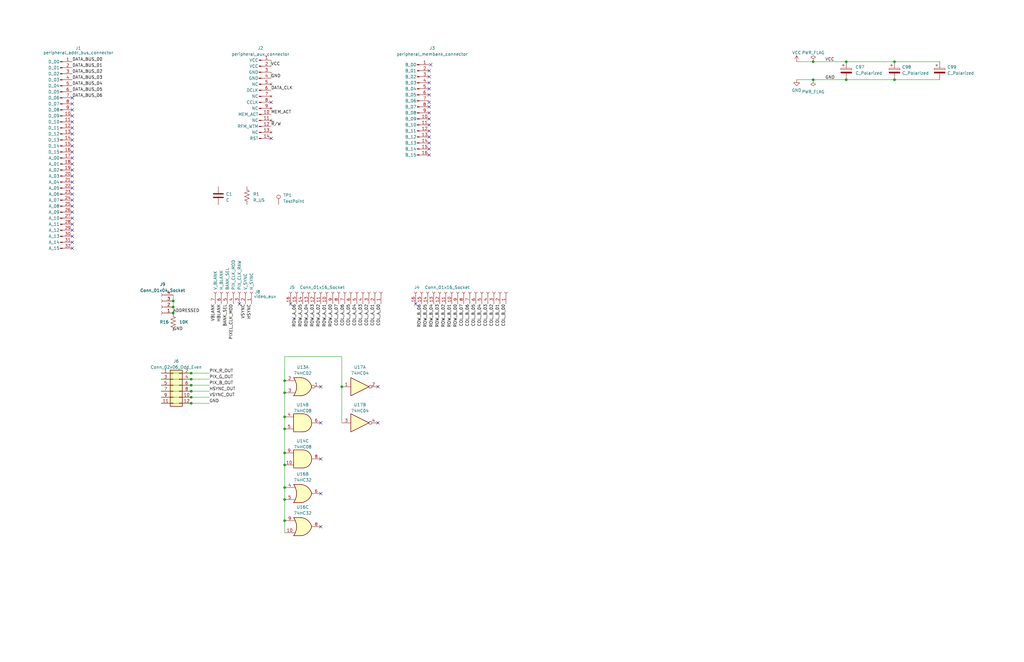
<source format=kicad_sch>
(kicad_sch (version 20230121) (generator eeschema)
  (paper "B")
  (bus_alias "BANK_BUS" (members "BANK_BUS_00" "BANK_BUS_01" "BANK_BUS_02" "BANK_BUS_03" "BANK_BUS_04" "BANK_BUS_05" "BANK_BUS_06" "BANK_BUS_07" "BANK_BUS_08" "BANK_BUS_09" "BANK_BUS_10" "BANK_BUS_11" "BANK_BUS_12" "BANK_BUS_13" "BANK_BUS_14" "BANK_BUS_15"))
  (bus_alias "ADDR_BUS" (members "ADDR_BUS_00" "ADDR_BUS_01" "ADDR_BUS_02" "ADDR_BUS_03" "ADDR_BUS_04" "ADDR_BUS_05" "ADDR_BUS_06" "ADDR_BUS_07" "ADDR_BUS_08" "ADDR_BUS_09" "ADDR_BUS_10" "ADDR_BUS_11" "ADDR_BUS_12" "ADDR_BUS_13" "ADDR_BUS_14" "ADDR_BUS_15"))
  (bus_alias "DATA_BUS" (members "DATA_BUS_00" "DATA_BUS_01" "DATA_BUS_02" "DATA_BUS_03" "DATA_BUS_04" "DATA_BUS_05" "DATA_BUS_06" "DATA_BUS_07" "DATA_BUS_08" "DATA_BUS_09" "DATA_BUS_10" "DATA_BUS_11" "DATA_BUS_12" "DATA_BUS_13" "DATA_BUS_14" "DATA_BUS_15"))
  (junction (at 508 24.765))
  (junction (at 377.19 33.655))
  (junction (at 73.025 127))
  (junction (at -36.83 374.015))
  (junction (at 546.1 50.165))
  (junction (at 73.025 132.08))
  (junction (at 356.87 26.035))
  (junction (at 18.415 379.095))
  (junction (at -78.74 394.97))
  (junction (at -46.355 313.055))
  (junction (at 546.1 24.765))
  (junction (at 534.035 50.165))
  (junction (at 120.015 191.135))
  (junction (at 520.065 50.165))
  (junction (at 433.705 363.855))
  (junction (at 80.645 157.48))
  (junction (at 423.545 353.695))
  (junction (at 424.18 480.695))
  (junction (at 120.015 165.735))
  (junction (at 472.44 24.765))
  (junction (at 584.835 50.165))
  (junction (at 73.025 129.54))
  (junction (at 377.19 26.035))
  (junction (at 426.085 356.235))
  (junction (at 431.8 488.315))
  (junction (at 18.415 404.495))
  (junction (at 534.035 24.765))
  (junction (at 342.9 33.655))
  (junction (at 9.525 384.175))
  (junction (at 120.015 210.82))
  (junction (at 570.23 24.765))
  (junction (at -81.915 322.58))
  (junction (at 558.8 24.765))
  (junction (at 495.935 24.765))
  (junction (at 120.015 160.655))
  (junction (at 120.015 180.975))
  (junction (at 426.72 483.235))
  (junction (at 140.97 422.275))
  (junction (at 472.44 50.165))
  (junction (at 584.835 24.765))
  (junction (at 508 50.165))
  (junction (at 421.64 478.155))
  (junction (at 485.14 24.765))
  (junction (at 436.245 366.395))
  (junction (at 495.935 50.165))
  (junction (at 96.52 419.735))
  (junction (at 80.645 170.18))
  (junction (at 429.26 485.775))
  (junction (at 120.015 205.74))
  (junction (at 520.065 24.765))
  (junction (at 356.87 33.655))
  (junction (at -81.915 327.66))
  (junction (at 419.1 475.615))
  (junction (at 428.625 358.775))
  (junction (at 120.015 196.215))
  (junction (at 80.645 167.64))
  (junction (at 120.015 219.71))
  (junction (at 431.165 361.315))
  (junction (at 80.645 162.56))
  (junction (at 570.23 50.165))
  (junction (at 558.8 50.165))
  (junction (at 144.145 163.195))
  (junction (at 80.645 165.1))
  (junction (at 485.14 50.165))
  (junction (at 80.645 160.02))
  (junction (at 18.415 371.475))
  (junction (at 120.015 175.895))
  (junction (at 342.9 26.035))
  (no_connect (at 30.48 43.815))
  (no_connect (at 180.975 65.405))
  (no_connect (at 180.975 57.785))
  (no_connect (at 159.385 178.435))
  (no_connect (at 159.385 163.195))
  (no_connect (at 180.975 50.165))
  (no_connect (at 122.555 128.27))
  (no_connect (at 55.245 407.035))
  (no_connect (at 30.48 89.535))
  (no_connect (at 135.255 208.28))
  (no_connect (at 30.48 92.075))
  (no_connect (at 180.975 55.245))
  (no_connect (at 30.48 56.515))
  (no_connect (at 247.65 446.405))
  (no_connect (at 30.48 94.615))
  (no_connect (at 135.255 163.195))
  (no_connect (at 180.975 45.085))
  (no_connect (at 30.48 64.135))
  (no_connect (at 518.16 383.54))
  (no_connect (at 180.975 47.625))
  (no_connect (at 180.975 40.005))
  (no_connect (at 100.965 128.27))
  (no_connect (at 114.3 43.18))
  (no_connect (at 247.65 394.335))
  (no_connect (at 114.3 58.42))
  (no_connect (at 180.975 29.845))
  (no_connect (at 30.48 74.295))
  (no_connect (at 518.16 386.08))
  (no_connect (at 30.48 84.455))
  (no_connect (at 30.48 97.155))
  (no_connect (at 30.48 71.755))
  (no_connect (at 539.75 332.105))
  (no_connect (at 30.48 79.375))
  (no_connect (at 30.48 51.435))
  (no_connect (at 181.61 27.305))
  (no_connect (at 30.48 48.895))
  (no_connect (at 180.975 34.925))
  (no_connect (at 30.48 53.975))
  (no_connect (at 30.48 69.215))
  (no_connect (at 30.48 102.235))
  (no_connect (at 518.16 332.105))
  (no_connect (at 135.255 193.675))
  (no_connect (at 135.255 178.435))
  (no_connect (at 30.48 81.915))
  (no_connect (at 180.975 43.18))
  (no_connect (at 30.48 86.995))
  (no_connect (at 180.975 37.465))
  (no_connect (at 180.975 62.865))
  (no_connect (at 30.48 66.675))
  (no_connect (at 180.975 52.705))
  (no_connect (at 30.48 99.695))
  (no_connect (at 30.48 41.275))
  (no_connect (at 30.48 61.595))
  (no_connect (at 30.48 104.775))
  (no_connect (at 30.48 59.055))
  (no_connect (at 518.16 334.645))
  (no_connect (at 180.975 32.385))
  (no_connect (at 175.26 128.27))
  (no_connect (at 30.48 46.355))
  (no_connect (at 135.255 222.25))
  (no_connect (at 518.16 381))
  (no_connect (at 518.16 388.62))
  (no_connect (at 180.975 60.325))
  (no_connect (at 30.48 76.835))
  (no_connect (at 539.75 334.645))
  (wire (pts (xy -54.61 394.97) (xy -60.96 394.97)))
  (wire (pts (xy 96.52 419.735) (xy 100.33 419.735)))
  (wire (pts (xy 29.845 414.655) (xy 26.67 414.655)))
  (wire (pts (xy 426.72 483.235) (xy 435.61 483.235)))
  (wire (pts (xy 537.845 381) (xy 537.845 378.46)))
  (wire (pts (xy 26.67 381.635) (xy 26.67 391.795)))
  (wire (pts (xy 433.705 363.855) (xy 441.96 363.855)))
  (wire (pts (xy 485.14 50.165) (xy 495.935 50.165)))
  (wire (pts (xy 518.16 316.865) (xy 539.75 316.865)))
  (wire (pts (xy 144.145 150.495) (xy 144.145 163.195)))
  (wire (pts (xy 114.3 25.4) (xy 114.3 27.94)))
  (wire (pts (xy 302.26 357.505) (xy 302.26 360.045)))
  (wire (pts (xy 431.8 488.315) (xy 431.8 513.08)))
  (wire (pts (xy 400.05 467.995) (xy 369.57 467.995)))
  (wire (pts (xy 558.8 24.765) (xy 546.1 24.765)))
  (wire (pts (xy 80.645 170.18) (xy 88.265 170.18)))
  (wire (pts (xy 73.025 129.54) (xy 73.025 132.08)))
  (wire (pts (xy 666.115 362.585) (xy 666.115 368.3)))
  (wire (pts (xy 29.845 371.475) (xy 29.845 374.015)))
  (wire (pts (xy -78.74 398.78) (xy -78.74 394.97)))
  (wire (pts (xy 596.9 33.655) (xy 596.9 24.765)))
  (wire (pts (xy -81.915 334.01) (xy -61.595 334.01)))
  (wire (pts (xy 501.65 360.68) (xy 505.46 360.68)))
  (wire (pts (xy 596.9 50.165) (xy 584.835 50.165)))
  (wire (pts (xy 231.14 366.395) (xy 234.95 366.395)))
  (wire (pts (xy 367.03 462.915) (xy 372.11 462.915)))
  (wire (pts (xy 397.51 346.075) (xy 364.49 346.075)))
  (wire (pts (xy 138.43 422.275) (xy 140.97 422.275)))
  (wire (pts (xy 67.945 162.56) (xy 80.645 162.56)))
  (wire (pts (xy 520.7 339.725) (xy 520.7 352.425)))
  (wire (pts (xy 662.94 350.52) (xy 665.48 350.52)))
  (wire (pts (xy 419.1 447.675) (xy 419.1 475.615)))
  (wire (pts (xy -66.675 325.12) (xy -66.675 315.595)))
  (wire (pts (xy -46.355 313.055) (xy -44.45 313.055)))
  (wire (pts (xy 367.03 392.43) (xy 369.57 392.43)))
  (wire (pts (xy 367.03 340.995) (xy 369.57 340.995)))
  (wire (pts (xy 377.19 33.655) (xy 396.24 33.655)))
  (wire (pts (xy 518.16 327.025) (xy 539.75 327.025)))
  (wire (pts (xy 665.48 338.455) (xy 665.48 344.17)))
  (wire (pts (xy 421.64 502.92) (xy 400.05 502.92)))
  (wire (pts (xy 367.03 470.535) (xy 367.03 462.915)))
  (wire (pts (xy 364.49 338.455) (xy 369.57 338.455)))
  (wire (pts (xy 367.03 523.24) (xy 367.03 515.62)))
  (wire (pts (xy 558.8 50.165) (xy 546.1 50.165)))
  (wire (pts (xy 234.95 418.465) (xy 234.95 421.005)))
  (wire (pts (xy 584.835 24.765) (xy 570.23 24.765)))
  (wire (pts (xy 335.915 26.035) (xy 342.9 26.035)))
  (wire (pts (xy 645.16 368.3) (xy 645.16 358.14)))
  (wire (pts (xy 650.24 353.06) (xy 629.285 353.06)))
  (wire (pts (xy 570.23 24.765) (xy 558.8 24.765)))
  (wire (pts (xy 367.03 515.62) (xy 372.11 515.62)))
  (wire (pts (xy 426.72 508) (xy 426.72 483.235)))
  (wire (pts (xy 495.935 24.765) (xy 508 24.765)))
  (wire (pts (xy 29.845 407.035) (xy 29.845 404.495)))
  (wire (pts (xy 29.845 379.095) (xy 29.845 376.555)))
  (wire (pts (xy 13.97 379.095) (xy 18.415 379.095)))
  (wire (pts (xy 97.79 429.895) (xy 95.25 429.895)))
  (wire (pts (xy -57.15 383.54) (xy -57.15 389.89)))
  (wire (pts (xy 520.065 41.275) (xy 520.065 50.165)))
  (wire (pts (xy -78.74 394.97) (xy -78.74 389.89)))
  (wire (pts (xy 377.19 26.035) (xy 396.24 26.035)))
  (wire (pts (xy 645.16 338.455) (xy 645.16 345.44)))
  (wire (pts (xy 400.05 508) (xy 426.72 508)))
  (wire (pts (xy 18.415 412.115) (xy 29.845 412.115)))
  (wire (pts (xy 76.835 422.275) (xy 57.785 422.275)))
  (wire (pts (xy 518.16 329.565) (xy 539.75 329.565)))
  (wire (pts (xy 666.115 368.3) (xy 662.94 368.3)))
  (wire (pts (xy 400.05 523.24) (xy 367.03 523.24)))
  (wire (pts (xy 120.015 205.74) (xy 120.015 210.82)))
  (wire (pts (xy 397.51 328.295) (xy 428.625 328.295)))
  (wire (pts (xy 518.16 321.945) (xy 539.75 321.945)))
  (wire (pts (xy 520.065 24.765) (xy 520.065 33.655)))
  (wire (pts (xy 546.1 24.765) (xy 546.1 33.655)))
  (wire (pts (xy 472.44 24.765) (xy 472.44 33.655)))
  (wire (pts (xy 120.015 191.135) (xy 120.015 196.215)))
  (wire (pts (xy 73.025 127) (xy 73.025 129.54)))
  (wire (pts (xy 584.835 50.165) (xy 570.23 50.165)))
  (wire (pts (xy 57.785 384.175) (xy 55.245 384.175)))
  (wire (pts (xy 462.28 24.765) (xy 472.44 24.765)))
  (wire (pts (xy 120.015 219.71) (xy 120.015 224.79)))
  (wire (pts (xy 400.05 447.675) (xy 419.1 447.675)))
  (wire (pts (xy 431.165 361.315) (xy 441.96 361.315)))
  (wire (pts (xy 369.57 465.455) (xy 372.11 465.455)))
  (wire (pts (xy 96.52 419.735) (xy 96.52 406.4)))
  (wire (pts (xy 234.95 366.395) (xy 234.95 368.935)))
  (wire (pts (xy 429.26 510.54) (xy 400.05 510.54)))
  (wire (pts (xy 26.67 414.655) (xy 26.67 425.45)))
  (wire (pts (xy -36.83 374.015) (xy -31.115 374.015)))
  (wire (pts (xy 570.23 41.275) (xy 570.23 50.165)))
  (wire (pts (xy -81.915 322.58) (xy -91.44 322.58)))
  (wire (pts (xy 662.94 338.455) (xy 665.48 338.455)))
  (wire (pts (xy 419.1 475.615) (xy 419.1 500.38)))
  (wire (pts (xy -39.37 374.015) (xy -36.83 374.015)))
  (wire (pts (xy 419.1 500.38) (xy 400.05 500.38)))
  (wire (pts (xy 397.51 394.97) (xy 367.03 394.97)))
  (wire (pts (xy 505.46 360.68) (xy 505.46 363.22)))
  (wire (pts (xy 120.015 150.495) (xy 144.145 150.495)))
  (wire (pts (xy 397.51 323.215) (xy 423.545 323.215)))
  (wire (pts (xy 57.785 394.97) (xy 57.785 384.175)))
  (wire (pts (xy 421.64 478.155) (xy 421.64 502.92)))
  (wire (pts (xy 426.72 455.295) (xy 400.05 455.295)))
  (wire (pts (xy 505.46 306.705) (xy 505.46 309.245)))
  (wire (pts (xy 74.295 374.015) (xy 74.295 417.195)))
  (wire (pts (xy 364.49 397.51) (xy 364.49 389.89)))
  (wire (pts (xy 397.51 330.835) (xy 431.165 330.835)))
  (wire (pts (xy 29.845 381.635) (xy 26.67 381.635)))
  (wire (pts (xy 426.72 483.235) (xy 426.72 455.295)))
  (wire (pts (xy 397.51 397.51) (xy 364.49 397.51)))
  (wire (pts (xy -39.37 378.46) (xy -39.37 383.54)))
  (wire (pts (xy 383.54 482.6) (xy 386.08 482.6)))
  (wire (pts (xy -36.83 374.015) (xy -36.83 378.46)))
  (wire (pts (xy -69.85 371.475) (xy -54.61 371.475)))
  (wire (pts (xy 424.18 480.695) (xy 435.61 480.695)))
  (wire (pts (xy -29.21 313.055) (xy -26.035 313.055)))
  (wire (pts (xy 495.935 41.275) (xy 495.935 50.165)))
  (wire (pts (xy 57.785 394.97) (xy 150.495 394.97)))
  (wire (pts (xy 518.16 342.265) (xy 518.16 363.22)))
  (wire (pts (xy 428.625 358.775) (xy 428.625 379.73)))
  (wire (pts (xy 428.625 379.73) (xy 397.51 379.73)))
  (wire (pts (xy -36.83 378.46) (xy -39.37 378.46)))
  (wire (pts (xy 553.085 363.22) (xy 518.16 363.22)))
  (wire (pts (xy 367.03 394.97) (xy 367.03 392.43)))
  (wire (pts (xy 80.645 165.1) (xy 88.265 165.1)))
  (wire (pts (xy 120.015 180.975) (xy 120.015 191.135)))
  (wire (pts (xy 431.8 488.315) (xy 435.61 488.315)))
  (wire (pts (xy 400.05 470.535) (xy 367.03 470.535)))
  (wire (pts (xy 429.26 485.775) (xy 429.26 510.54)))
  (wire (pts (xy 436.245 387.35) (xy 397.51 387.35)))
  (wire (pts (xy 423.545 353.695) (xy 441.96 353.695)))
  (wire (pts (xy 74.295 417.195) (xy 76.835 417.195)))
  (wire (pts (xy 520.065 24.765) (xy 534.035 24.765)))
  (wire (pts (xy 431.165 361.315) (xy 431.165 382.27)))
  (wire (pts (xy 424.18 505.46) (xy 400.05 505.46)))
  (wire (pts (xy -15.875 384.175) (xy 9.525 384.175)))
  (wire (pts (xy -60.96 394.97) (xy -60.96 392.43)))
  (wire (pts (xy 520.065 50.165) (xy 534.035 50.165)))
  (wire (pts (xy 481.33 352.425) (xy 481.33 393.7)))
  (wire (pts (xy 120.015 160.655) (xy 120.015 165.735)))
  (wire (pts (xy 80.645 167.64) (xy 88.265 167.64)))
  (wire (pts (xy -39.37 392.43) (xy -36.83 392.43)))
  (wire (pts (xy 400.05 457.835) (xy 429.26 457.835)))
  (wire (pts (xy 423.545 374.65) (xy 397.51 374.65)))
  (wire (pts (xy 520.7 352.425) (xy 481.33 352.425)))
  (wire (pts (xy 400.05 452.755) (xy 424.18 452.755)))
  (wire (pts (xy 655.32 368.3) (xy 645.16 368.3)))
  (wire (pts (xy 67.945 157.48) (xy 80.645 157.48)))
  (wire (pts (xy 9.525 384.175) (xy 29.845 384.175)))
  (wire (pts (xy 495.935 50.165) (xy 508 50.165)))
  (wire (pts (xy 80.645 162.56) (xy 88.265 162.56)))
  (wire (pts (xy 426.085 325.755) (xy 426.085 356.235)))
  (wire (pts (xy -66.675 315.595) (xy -61.595 315.595)))
  (wire (pts (xy 546.1 41.275) (xy 546.1 50.165)))
  (wire (pts (xy 428.625 358.775) (xy 441.96 358.775)))
  (wire (pts (xy 436.245 366.395) (xy 441.96 366.395)))
  (wire (pts (xy 342.9 33.655) (xy 356.87 33.655)))
  (wire (pts (xy 424.18 452.755) (xy 424.18 480.695)))
  (wire (pts (xy 665.48 356.235) (xy 662.94 356.235)))
  (wire (pts (xy 67.945 167.64) (xy 80.645 167.64)))
  (wire (pts (xy 421.64 478.155) (xy 435.61 478.155)))
  (wire (pts (xy 462.28 50.165) (xy 472.44 50.165)))
  (wire (pts (xy 342.9 26.035) (xy 356.87 26.035)))
  (wire (pts (xy -81.915 325.12) (xy -81.915 322.58)))
  (wire (pts (xy 423.545 353.695) (xy 423.545 374.65)))
  (wire (pts (xy 298.45 424.18) (xy 302.26 424.18)))
  (wire (pts (xy -39.37 383.54) (xy -57.15 383.54)))
  (wire (pts (xy 553.085 378.46) (xy 553.085 363.22)))
  (wire (pts (xy 120.015 175.895) (xy 120.015 180.975)))
  (wire (pts (xy 534.035 24.765) (xy 546.1 24.765)))
  (wire (pts (xy 570.23 50.165) (xy 558.8 50.165)))
  (wire (pts (xy 426.085 377.19) (xy 397.51 377.19)))
  (wire (pts (xy 534.035 50.165) (xy 546.1 50.165)))
  (wire (pts (xy 397.51 325.755) (xy 426.085 325.755)))
  (wire (pts (xy 655.32 362.585) (xy 647.7 362.585)))
  (wire (pts (xy 369.57 520.7) (xy 369.57 518.16)))
  (wire (pts (xy 114.3 30.48) (xy 114.3 33.02)))
  (wire (pts (xy 400.05 450.215) (xy 421.64 450.215)))
  (wire (pts (xy 665.48 344.17) (xy 662.94 344.17)))
  (wire (pts (xy 472.44 41.275) (xy 472.44 50.165)))
  (wire (pts (xy 29.845 417.195) (xy 9.525 417.195)))
  (wire (pts (xy 518.16 324.485) (xy 539.75 324.485)))
  (wire (pts (xy 231.14 418.465) (xy 234.95 418.465)))
  (wire (pts (xy 433.705 384.81) (xy 397.51 384.81)))
  (wire (pts (xy 140.97 422.275) (xy 150.495 422.275)))
  (wire (pts (xy 397.51 343.535) (xy 367.03 343.535)))
  (wire (pts (xy 650.24 356.235) (xy 650.24 353.06)))
  (wire (pts (xy 501.65 306.705) (xy 505.46 306.705)))
  (wire (pts (xy 436.245 366.395) (xy 436.245 387.35)))
  (wire (pts (xy 298.45 357.505) (xy 302.26 357.505)))
  (wire (pts (xy 67.945 160.02) (xy 80.645 160.02)))
  (wire (pts (xy 655.32 356.235) (xy 650.24 356.235)))
  (wire (pts (xy 596.9 24.765) (xy 584.835 24.765)))
  (wire (pts (xy -31.115 398.78) (xy -78.74 398.78)))
  (wire (pts (xy 436.245 335.915) (xy 436.245 366.395)))
  (wire (pts (xy -81.915 327.66) (xy -81.915 334.01)))
  (wire (pts (xy 120.015 165.735) (xy 120.015 175.895)))
  (wire (pts (xy 429.26 457.835) (xy 429.26 485.775)))
  (wire (pts (xy 397.51 335.915) (xy 436.245 335.915)))
  (wire (pts (xy -57.15 389.89) (xy -54.61 389.89)))
  (wire (pts (xy 518.16 375.92) (xy 537.845 375.92)))
  (wire (pts (xy 18.415 371.475) (xy 29.845 371.475)))
  (wire (pts (xy 423.545 323.215) (xy 423.545 353.695)))
  (wire (pts (xy 426.085 356.235) (xy 441.96 356.235)))
  (wire (pts (xy 356.87 26.035) (xy 377.19 26.035)))
  (wire (pts (xy 431.8 460.375) (xy 431.8 488.315)))
  (wire (pts (xy 144.145 163.195) (xy 144.145 178.435)))
  (wire (pts (xy 80.645 157.48) (xy 88.265 157.48)))
  (wire (pts (xy 120.015 196.215) (xy 120.015 205.74)))
  (wire (pts (xy 55.245 374.015) (xy 74.295 374.015)))
  (wire (pts (xy 647.7 344.17) (xy 647.7 347.98)))
  (wire (pts (xy 472.44 24.765) (xy 485.14 24.765)))
  (wire (pts (xy 518.16 319.405) (xy 539.75 319.405)))
  (wire (pts (xy 665.48 350.52) (xy 665.48 356.235)))
  (wire (pts (xy -31.115 386.715) (xy -31.115 398.78)))
  (wire (pts (xy 96.52 406.4) (xy 113.665 406.4)))
  (wire (pts (xy 647.7 355.6) (xy 629.285 355.6)))
  (wire (pts (xy 596.9 41.275) (xy 596.9 50.165)))
  (wire (pts (xy -57.15 376.555) (xy -54.61 376.555)))
  (wire (pts (xy 655.32 338.455) (xy 645.16 338.455)))
  (wire (pts (xy 115.57 422.275) (xy 123.19 422.275)))
  (wire (pts (xy 431.165 382.27) (xy 397.51 382.27)))
  (wire (pts (xy -60.96 392.43) (xy -63.5 392.43)))
  (wire (pts (xy 400.05 520.7) (xy 369.57 520.7)))
  (wire (pts (xy 431.165 330.835) (xy 431.165 361.315)))
  (wire (pts (xy 400.05 460.375) (xy 431.8 460.375)))
  (wire (pts (xy 367.03 343.535) (xy 367.03 340.995)))
  (wire (pts (xy 426.085 356.235) (xy 426.085 377.19)))
  (wire (pts (xy 57.785 417.195) (xy 55.245 417.195)))
  (wire (pts (xy 611.505 325.12) (xy 615.315 325.12)))
  (wire (pts (xy 356.87 33.655) (xy 377.19 33.655)))
  (wire (pts (xy 381 305.435) (xy 383.54 305.435)))
  (wire (pts (xy 97.79 429.895) (xy 97.79 424.815)))
  (wire (pts (xy 647.7 362.585) (xy 647.7 355.6)))
  (wire (pts (xy 508 50.165) (xy 520.065 50.165)))
  (wire (pts (xy 9.525 417.195) (xy 9.525 384.175)))
  (wire (pts (xy 431.8 513.08) (xy 400.05 513.08)))
  (wire (pts (xy 67.945 165.1) (xy 80.645 165.1)))
  (wire (pts (xy 133.35 406.4) (xy 150.495 406.4)))
  (wire (pts (xy -36.83 381) (xy -57.15 381)))
  (wire (pts (xy 655.32 344.17) (xy 647.7 344.17)))
  (wire (pts (xy 29.845 404.495) (xy 18.415 404.495)))
  (wire (pts (xy 433.705 363.855) (xy 433.705 384.81)))
  (wire (pts (xy 508 24.765) (xy 520.065 24.765)))
  (wire (pts (xy 537.845 378.46) (xy 518.16 378.46)))
  (wire (pts (xy 645.16 345.44) (xy 629.285 345.44)))
  (wire (pts (xy 120.015 160.655) (xy 120.015 150.495)))
  (wire (pts (xy 397.51 333.375) (xy 433.705 333.375)))
  (wire (pts (xy 495.935 24.765) (xy 495.935 33.655)))
  (wire (pts (xy 73.025 124.46) (xy 73.025 127)))
  (wire (pts (xy 364.49 389.89) (xy 369.57 389.89)))
  (wire (pts (xy 433.705 333.375) (xy 433.705 363.855)))
  (wire (pts (xy 100.33 424.815) (xy 97.79 424.815)))
  (wire (pts (xy -36.83 392.43) (xy -36.83 381)))
  (wire (pts (xy 615.315 325.12) (xy 615.315 327.66)))
  (wire (pts (xy 419.1 475.615) (xy 435.61 475.615)))
  (wire (pts (xy -81.915 327.66) (xy -91.44 327.66)))
  (wire (pts (xy -31.115 374.015) (xy -31.115 381.635)))
  (wire (pts (xy 383.54 429.895) (xy 386.08 429.895)))
  (wire (pts (xy 369.57 467.995) (xy 369.57 465.455)))
  (wire (pts (xy 481.33 393.7) (xy 492.76 393.7)))
  (wire (pts (xy 472.44 50.165) (xy 485.14 50.165)))
  (wire (pts (xy 369.57 518.16) (xy 372.11 518.16)))
  (wire (pts (xy 18.415 379.095) (xy 29.845 379.095)))
  (wire (pts (xy 518.16 339.725) (xy 520.7 339.725)))
  (wire (pts (xy 485.14 24.765) (xy 495.935 24.765)))
  (wire (pts (xy 645.16 358.14) (xy 629.285 358.14)))
  (wire (pts (xy 29.845 412.115) (xy 29.845 409.575)))
  (wire (pts (xy 428.625 328.295) (xy 428.625 358.775)))
  (wire (pts (xy 302.26 424.18) (xy 302.26 426.72)))
  (wire (pts (xy 335.915 33.655) (xy 342.9 33.655)))
  (wire (pts (xy 629.285 350.52) (xy 655.32 350.52)))
  (wire (pts (xy 57.785 422.275) (xy 57.785 417.195)))
  (wire (pts (xy 424.18 480.695) (xy 424.18 505.46)))
  (wire (pts (xy 381 356.87) (xy 383.54 356.87)))
  (wire (pts (xy 662.94 362.585) (xy 666.115 362.585)))
  (wire (pts (xy 92.075 419.735) (xy 96.52 419.735)))
  (wire (pts (xy 67.945 170.18) (xy 80.645 170.18)))
  (wire (pts (xy 80.645 160.02) (xy 88.265 160.02)))
  (wire (pts (xy 629.285 347.98) (xy 647.7 347.98)))
  (wire (pts (xy 120.015 210.82) (xy 120.015 219.71)))
  (wire (pts (xy 364.49 346.075) (xy 364.49 338.455)))
  (wire (pts (xy 421.64 450.215) (xy 421.64 478.155)))
  (wire (pts (xy 570.23 24.765) (xy 570.23 33.655)))
  (wire (pts (xy 429.26 485.775) (xy 435.61 485.775)))
  (wire (pts (xy -57.15 381) (xy -57.15 376.555)))
  (wire (pts (xy -46.355 313.055) (xy -46.355 322.58)))
  (rectangle (start 207.01 356.87) (end 266.065 466.725) (stroke (width 0) (type dash)))
  (rectangle (start 276.86 344.17) (end 337.82 480.06) (stroke (width 0) (type dash)))
  (rectangle (start 351.155 292.735) (end 454.66 407.67) (stroke (width 0) (type dash)))
  (rectangle (start 468.63 292.735) (end 567.055 407.67) (stroke (width 0) (type dash)))
  (rectangle (start 76.2 387.985) (end 167.64 431.8) (stroke (width 0) (type dash)))
  (rectangle (start -91.44 361.95) (end -12.7 403.86) (stroke (width 0) (type dash)))
  (rectangle (start 579.755 313.055) (end 678.815 375.285) (stroke (width 0) (type dash)))
  (rectangle (start -98.425 302.26) (end -8.255 344.17) (stroke (width 0) (type dash)))
  (rectangle (start 351.155 417.83) (end 454.66 531.495) (stroke (width 0) (type dash)))
  (rectangle (start 5.08 358.14) (end 63.5 427.99) (stroke (width 0) (type dash)))
  (text "May or may not need this depending on buffer orientataion" (at 97.79 397.51 0) (effects (font (size 1.27 1.27)) (justify left bottom)))
  (text "Data pixel source select" (at 353.06 421.64 0) (effects (font (size 1.27 1.27)) (justify left bottom)))
  (text "Output buffer/driver" (at 581.66 316.23 0) (effects (font (size 1.27 1.27)) (justify left bottom)))
  (text "Long Pulse" (at 37.465 368.3 0) (effects (font (size 1.27 1.27)) (justify left bottom)))
  (text "Pulse generation" (at 6.35 360.68 0) (effects (font (size 1.27 1.27)) (justify left bottom)))
  (text "Video memory banks" (at 278.13 347.345 0) (effects (font (size 1.27 1.27)) (justify left bottom)))
  (text "Read/Write decoding" (at -96.52 305.435 0) (effects (font (size 1.27 1.27)) (justify left bottom)))
  (text "Draw pixel and timing signal offset/clocking" (at 471.17 297.18 0) (effects (font (size 1.27 1.27)) (justify left bottom)))
  (text "Draw pixel source select" (at 353.06 296.545 0) (effects (font (size 1.27 1.27)) (justify left bottom)))
  (text "RAM control signal logic" (at 78.105 391.16 0) (effects (font (size 1.27 1.27)) (justify left bottom)))
  (text "Safe clock enable" (at -90.17 364.49 0) (effects (font (size 1.27 1.27)) (justify left bottom)))
  (text "RAM control signal switcher" (at 208.28 359.41 0) (effects (font (size 1.27 1.27)) (justify left bottom)))
  (text "Short Pulse" (at 37.465 401.32 0) (effects (font (size 1.27 1.27)) (justify left bottom)))
  (label "VCC" (at 314.96 390.525 0))
  (label "PIX_B_B_00" (at 369.57 377.19 180))
  (label "ROW_B_02" (at 187.96 128.27 270))
  (label "COL_A_04" (at 150.495 128.27 270))
  (label "PIX_B_01_CLOCKED" (at 518.16 329.565 0))
  (label "GND" (at 222.25 391.795 180))
  (label "GND" (at 492.76 396.24 180))
  (label "VCC" (at 140.97 414.655 0))
  (label "~{R}{slash}W" (at -91.44 327.66 180))
  (label "VCC" (at 42.545 391.795 0))
  (label "GND" (at 314.96 387.985 0))
  (label "VSYNC" (at 103.505 128.27 270))
  (label "GND" (at 73.025 139.7 0))
  (label "A_DATA_BUF_DIR" (at 400.05 443.865 0))
  (label "GND" (at 290.83 424.18 180))
  (label "PIXEL_CLK_MOD" (at 497.205 352.425 180))
  (label "GND" (at 462.28 50.165 0))
  (label "PIX_G_00_CLOCKED" (at 601.345 350.52 180))
  (label "GND" (at 322.58 382.905 0))
  (label "ROW_A_05" (at 289.56 398.145 180))
  (label "ROW_B_01" (at 190.5 128.27 270))
  (label "GND" (at 223.52 366.395 180))
  (label "PIX_A_G_00" (at 314.96 370.205 0))
  (label "DATA_BUS_00" (at 30.48 26.035 0))
  (label "ADDRESSED" (at -61.595 339.09 180))
  (label "GND" (at 373.38 305.435 180))
  (label "ROW_B_01" (at 289.56 454.66 180))
  (label "GND" (at 492.76 388.62 180))
  (label "MEM_ACT" (at -61.595 336.55 180))
  (label "GND" (at 492.76 383.54 180))
  (label "PIX_R_00_CLOCKED" (at 518.16 316.865 0))
  (label "B_DATA_BUF_~{OE}" (at 400.05 492.76 0))
  (label "COL_A_05" (at 289.56 377.825 180))
  (label "PIX_B_OUT" (at 666.115 368.3 0))
  (label "COL_A_01" (at 289.56 367.665 180))
  (label "A_DATA_BUF_~{OE}" (at 247.65 386.715 0))
  (label "COL_A_03" (at 289.56 372.745 180))
  (label "DATA_CLK" (at -78.74 389.89 180))
  (label "GND" (at 222.25 384.175 180))
  (label "B_DATA_BUF_DIR" (at 400.05 496.57 0))
  (label "VCC" (at 314.96 457.2 0))
  (label "VCC" (at 462.28 24.765 0))
  (label "DATA_BUS_06" (at 30.48 41.275 0))
  (label "ROW_A_06" (at 125.095 128.27 270))
  (label "ROW_B_06" (at 289.56 467.36 180))
  (label "DATA_BUS_02" (at 30.48 31.115 0))
  (label "GND" (at 505.46 403.86 0))
  (label "DATA_BUS_03" (at 30.48 33.655 0))
  (label "PIX_A_R_01" (at 369.57 333.375 180))
  (label "COL_A_04" (at 289.56 375.285 180))
  (label "PIX_G_OUT" (at 665.48 356.235 0))
  (label "DATA_CLK" (at 114.3 38.1 0))
  (label "DATA_BUS_04" (at 30.48 36.195 0))
  (label "COL_A_06" (at 289.56 380.365 180))
  (label "PIX_B_G_00" (at 314.96 436.88 0))
  (label "PIX_G_00_CLOCKED" (at 518.16 321.945 0))
  (label "VSYNC_CLOCKED" (at 601.345 363.22 180))
  (label "VBLANK" (at 492.76 378.46 180))
  (label "B_RAM_~{WE}" (at 314.96 462.28 0))
  (label "PIX_B_G_00" (at 369.57 382.27 180))
  (label "VCC" (at 302.26 360.045 180))
  (label "PIX_A_B_00" (at 372.11 450.215 180))
  (label "COL_B_02" (at 289.56 436.88 180))
  (label "COL_A_06" (at 145.415 128.27 270))
  (label "ANYBLANK" (at 553.085 378.46 0))
  (label "PIX_A_B_01" (at 372.11 447.675 180))
  (label "HBLANK" (at 93.345 128.27 270))
  (label "VSYNC" (at 492.76 373.38 180))
  (label "VCC" (at 383.54 356.87 0))
  (label "GND" (at 289.56 403.225 180))
  (label "GND" (at 322.58 447.04 0))
  (label "PIX_B_G_01" (at 369.57 379.73 180))
  (label "PIX_R_01_CLOCKED" (at 601.345 347.98 180))
  (label "VCC" (at 222.25 446.405 180))
  (label "ROW_B_06" (at 177.8 128.27 270))
  (label "PIX_A_R_00" (at 314.96 365.125 0))
  (label "PIX_B_R_01" (at 369.57 384.81 180))
  (label "PIX_G_01_CLOCKED" (at 518.16 324.485 0))
  (label "COL_A_00" (at 160.655 128.27 270))
  (label "GND" (at 234.95 412.115 0))
  (label "GND" (at 222.25 443.865 180))
  (label "PIX_A_R_00" (at 369.57 335.915 180))
  (label "GND" (at 289.56 469.9 180))
  (label "DATA_BUF_~{OE}" (at 222.25 428.625 180))
  (label "ROW_A_00" (at 140.335 128.27 270))
  (label "COL_B_01" (at 210.82 128.27 270))
  (label "PIX_A_G_01" (at 314.96 372.745 0))
  (label "HBLANK_CLOCKED" (at 518.16 375.92 0))
  (label "ROW_A_05" (at 127.635 128.27 270))
  (label "~{ADDRESSED_RFM}" (at -46.355 322.58 0))
  (label "~{ADDRESSED_WTM}" (at -46.355 336.55 0))
  (label "PIX_B_B_01" (at 372.11 500.38 180))
  (label "PIX_G_00" (at 441.96 361.315 0))
  (label "GND" (at 375.92 482.6 180))
  (label "VBLANK" (at 90.805 128.27 270))
  (label "VCC" (at 42.545 424.815 0))
  (label "PIX_G_OUT" (at 88.265 160.02 0))
  (label "ROW_B_00" (at 193.04 128.27 270))
  (label "RAM_~{WE}" (at 222.25 381.635 180))
  (label "DATA_BUF_DIR" (at 149.86 406.4 0))
  (label "PIX_B_00" (at 492.76 327.025 180))
  (label "COL_A_05" (at 147.955 128.27 270))
  (label "GND" (at 302.26 410.845 0))
  (label "GND" (at 407.67 389.89 0))
  (label "PIX_B_01" (at 492.76 329.565 180))
  (label "GND" (at 397.51 319.405 0))
  (label "PIX_B_OUT" (at 88.265 162.56 0))
  (label "GND" (at 289.56 472.44 180))
  (label "VCC" (at 383.54 305.435 0))
  (label "ROW_A_03" (at 132.715 128.27 270))
  (label "GND" (at 397.51 370.84 0))
  (label "COL_A_07" (at 142.875 128.27 270))
  (label "GND" (at 407.67 338.455 0))
  (label "COL_A_00" (at 289.56 365.125 180))
  (label "GND" (at 26.67 391.795 180))
  (label "COL_B_04" (at 289.56 441.96 180))
  (label "VCC" (at 347.98 26.035 0))
  (label "VCC" (at 505.46 309.245 180))
  (label "PIX_B_B_01" (at 369.57 374.65 180))
  (label "ROW_A_02" (at 135.255 128.27 270))
  (label "VSYNC_OUT" (at 88.265 167.64 0))
  (label "COL_B_03" (at 289.56 439.42 180))
  (label "PIX_B_00_OUT" (at 629.285 355.6 0))
  (label "DATA_BUS_01" (at 30.48 28.575 0))
  (label "GND" (at 26.67 425.45 180))
  (label "PIX_A_R_00" (at 372.11 460.375 180))
  (label "ROW_A_01" (at 289.56 387.985 180))
  (label "~{BANK_SEL}" (at 397.51 315.595 0))
  (label "SAFE_CLK" (at -8.89 384.175 0))
  (label "COL_A_02" (at 155.575 128.27 270))
  (label "A_RAM_~{WE}" (at 314.96 395.605 0))
  (label "~{BANK_SEL}" (at 189.23 330.2 0))
  (label "GND" (at 386.08 527.05 0))
  (label "COL_B_06" (at 289.56 447.04 180))
  (label "B_DATA_BUF_~{OE}" (at 247.65 438.785 0))
  (label "GND" (at 222.25 448.945 180))
  (label "COL_B_00" (at 213.36 128.27 270))
  (label "PIX_R_00" (at 441.96 366.395 0))
  (label "DATA_BUF_DIR" (at 222.25 379.095 180))
  (label "ROW_B_04" (at 289.56 462.28 180))
  (label "ROW_A_01" (at 137.795 128.27 270))
  (label "GND" (at 322.58 449.58 0))
  (label "COL_A_03" (at 153.035 128.27 270))
  (label "PIX_B_R_01" (at 314.96 434.34 0))
  (label "BANK_SEL" (at 222.25 404.495 180))
  (label "PIX_B_B_01" (at 314.96 444.5 0))
  (label "PIX_R_OUT" (at 665.48 344.17 0))
  (label "COL_B_07" (at 195.58 128.27 270))
  (label "COL_B_07" (at 289.56 449.58 180))
  (label "PIX_A_B_00" (at 369.57 325.755 180))
  (label "HSYNC_CLOCKED" (at 601.345 360.68 180))
  (label "GND" (at 492.76 386.08 180))
  (label "VSYNC_CLOCKED" (at 518.16 373.38 0))
  (label "GND" (at 383.54 401.32 0))
  (label "PIX_B_R_00" (at 372.11 513.08 180))
  (label "PIX_A_G_01" (at 369.57 328.295 180))
  (label "PIX_B_B_00" (at 372.11 502.92 180))
  (label "GND" (at 549.91 334.645 0))
  (label "PIX_A_B_00" (at 314.96 375.285 0))
  (label "DATA_BUF_DIR" (at 222.25 431.165 180))
  (label "PIXEL_CLK_MOD" (at 98.425 128.27 270))
  (label "GND" (at 222.25 454.025 180))
  (label "PIX_R_00_OUT" (at 629.285 345.44 0))
  (label "VCC" (at 615.315 327.66 180))
  (label "COL_A_02" (at 289.56 370.205 180))
  (label "PIX_G_01_CLOCKED" (at 601.345 353.06 180))
  (label "COL_B_04" (at 203.2 128.27 270))
  (label "PIX_G_00" (at 492.76 321.945 180))
  (label "GND" (at 223.52 418.465 180))
  (label "A_RAM_~{WE}" (at 247.65 391.795 0))
  (label "PIX_G_01" (at 441.96 358.775 0))
  (label "PIX_B_00_CLOCKED" (at 601.345 355.6 180))
  (label "A_DATA_BUF_~{OE}" (at 400.05 440.055 0))
  (label "VBLANK_CLOCKED" (at 518.16 378.46 0))
  (label "GND" (at 347.98 33.655 0))
  (label "PIX_A_G_00" (at 369.57 330.835 180))
  (label "~{R}{slash}W" (at 114.3 53.34 0))
  (label "BANK_SEL" (at 397.51 367.03 0))
  (label "PIX_B_R_01" (at 372.11 510.54 180))
  (label "ROW_B_05" (at 289.56 464.82 180))
  (label "BANK_SEL" (at 95.885 128.27 270))
  (label "GND" (at 322.58 380.365 0))
  (label "BANK_SEL" (at 173.99 330.2 180))
  (label "COL_B_00" (at 289.56 431.8 180))
  (label "DATA_BUS_03" (at 435.61 480.695 0))
  (label "VCC" (at 18.415 396.875 180))
  (label "ROW_A_02" (at 289.56 390.525 180))
  (label "GND" (at 492.76 332.105 180))
  (label "GND" (at 386.08 474.345 0))
  (label "COL_B_02" (at 208.28 128.27 270))
  (label "DATA_BUF_~{OE}" (at 150.495 422.275 0))
  (label "VCC" (at 222.25 394.335 180))
  (label "PIX_B_01_OUT" (at 629.285 358.14 0))
  (label "VCC" (at 386.08 429.895 0))
  (label "ROW_B_04" (at 182.88 128.27 270))
  (label "COL_A_01" (at 158.115 128.27 270))
  (label "PIX_B_01" (at 441.96 353.695 0))
  (label "DATA_BUF_~{OE}" (at 222.25 376.555 180))
  (label "GND" (at 222.25 396.875 180))
  (label "HSYNC_CLOCKED" (at 518.16 370.84 0))
  (label "VSYNC_OUT" (at 629.285 363.22 0))
  (label "GND" (at 492.76 334.645 180))
  (label "RAM_~{WE}" (at 150.495 394.97 0))
  (label "PIX_R_01_CLOCKED" (at 518.16 319.405 0))
  (label "VCC" (at 222.25 389.255 180))
  (label "GND" (at 234.95 464.185 0))
  (label "PIX_B_B_00" (at 314.96 441.96 0))
  (label "HSYNC_OUT" (at 629.285 360.68 0))
  (label "GND" (at 314.96 454.66 0))
  (label "PIX_G_01_OUT" (at 629.285 353.06 0))
  (label "COL_B_06" (at 198.12 128.27 270))
  (label "PIX_B_G_01" (at 372.11 505.46 180))
  (label "PIX_B_R_00" (at 314.96 431.8 0))
  (label "MEM_ACT" (at -61.595 310.515 180))
  (label "VCC" (at 234.95 421.005 180))
  (label "GND" (at 410.21 462.915 0))
  (label "DATA_BUS_05" (at 30.48 38.735 0))
  (label "GND" (at 492.76 381 180))
  (label "VCC" (at 222.25 441.325 180))
  (label "GND" (at 13.97 379.095 180))
  (label "VCC" (at -91.44 322.58 180))
  (label "ADDRESSED_RFM" (at -26.035 313.055 0))
  (label "ADDRESSED" (at -61.595 313.055 180))
  (label "HSYNC" (at 492.76 370.84 180))
  (label "PIX_B_00" (at 441.96 356.235 0))
  (label "GND" (at 603.885 325.12 180))
  (label "MEM_ACT" (at 114.3 48.26 0))
  (label "ADDRESSED_RFM" (at 95.25 429.895 180))
  (label "VCC" (at 505.46 363.22 180))
  (label "ROW_A_03" (at 289.56 393.065 180))
  (label "ROW_A_06" (at 289.56 400.685 180))
  (label "GND" (at 302.26 477.52 0))
  (label "GND" (at 410.21 515.62 0))
  (label "HSYNC_OUT" (at 88.265 165.1 0))
  (label "A_DATA_BUF_DIR" (at 247.65 389.255 0))
  (label "VCC" (at 302.26 426.72 180))
  (label "PIX_R_01" (at 492.76 319.405 180))
  (label "COL_B_01" (at 289.56 434.34 180))
  (label "PIX_A_R_01" (at 314.96 367.665 0))
  (label "VCC" (at 234.95 368.935 180))
  (label "PIX_A_R_01" (at 372.11 457.835 180))
  (label "GND" (at 375.92 429.895 180))
  (label "ROW_A_04" (at 130.175 128.27 270))
  (label "GND" (at 615.315 372.11 180))
  (label "HBLANK" (at 492.76 375.92 180))
  (label "VCC" (at 114.3 27.94 0))
  (label "PIX_G_00_OUT" (at 629.285 350.52 0))
  (label "GND" (at 222.25 436.245 180))
  (label "GND" (at 222.25 401.955 180))
  (label "COL_B_03" (at 205.74 128.27 270))
  (label "B_RAM_~{WE}" (at 247.65 443.865 0))
  (label "ROW_A_04" (at 289.56 395.605 180))
  (label "GND" (at 314.96 459.74 0))
  (label "PIX_R_01_OUT" (at 629.285 347.98 0))
  (label "PIX_A_G_01" (at 372.11 452.755 180))
  (label "GND" (at 290.83 357.505 180))
  (label "PIX_A_G_00" (at 372.11 455.295 180))
  (label "GND" (at 505.46 349.885 0))
  (label "ROW_B_05" (at 180.34 128.27 270))
  (label "GND" (at 88.265 170.18 0))
  (label "DATA_BUS_00" (at 435.61 488.315 0))
  (label "PIX_R_OUT" (at 88.265 157.48 0))
  (label "~{BANK_SEL}" (at 222.25 456.565 180))
  (label "COL_A_07" (at 289.56 382.905 180))
  (label "PIX_A_B_01" (at 314.96 377.825 0))
  (label "GND" (at 383.54 349.885 0))
  (label "GND" (at 289.56 405.765 180))
  (label "ROW_B_03" (at 185.42 128.27 270))
  (label "PIX_R_01" (at 441.96 363.855 0))
  (label "RAM_~{WE}" (at 222.25 433.705 180))
  (label "PIX_B_G_00" (at 372.11 508 180))
  (label "ROW_B_03" (at 289.56 459.74 180))
  (label "VCC" (at 18.415 363.855 180))
  (label "DATA_BUS_02" (at 435.61 483.235 0))
  (label "DATA_BUS_04" (at 435.61 478.155 0))
  (label "GND" (at 629.285 337.82 0))
  (label "~{ADDRESSED_WTM}" (at -69.85 371.475 180))
  (label "VCC" (at 386.08 482.6 0))
  (label "GND" (at 494.03 306.705 180))
  (label "ROW_B_00" (at 289.56 452.12 180))
  (label "COL_B_05" (at 289.56 444.5 180))
  (label "DATA_BUS_01" (at 435.61 485.775 0))
  (label "COL_B_05" (at 200.66 128.27 270))
  (label "GND" (at 373.38 356.87 180))
  (label "PIX_B_01_CLOCKED" (at 601.345 358.14 180))
  (label "PIX_G_01" (at 492.76 324.485 180))
  (label "GND" (at 494.03 360.68 180))
  (label "HSYNC" (at 106.045 128.27 270))
  (label "ADDRESSED" (at 73.025 132.08 0))
  (label "PIX_B_00_CLOCKED" (at 518.16 327.025 0))
  (label "ROW_B_02" (at 289.56 457.2 180))
  (label "GND" (at 114.3 33.02 0))
  (label "GND" (at 314.96 393.065 0))
  (label "DATA_BUS_05" (at 435.61 475.615 0))
  (label "PIX_B_G_01" (at 314.96 439.42 0))
  (label "B_DATA_BUF_DIR" (at 247.65 441.325 0))
  (label "PIX_R_00" (at 492.76 316.865 180))
  (label "ROW_A_00" (at 289.56 385.445 180))
  (label "PIX_A_B_01" (at 369.57 323.215 180))
  (label "PIX_R_00_CLOCKED" (at 601.345 345.44 180))
  (label "PIX_B_R_00" (at 369.57 387.35 180))
  (symbol (lib_id "74xx:74HC02") (at -71.12 392.43 0) (unit 2)
    (property "Reference" "U13" (at -76.2 387.35 0))
    (property "Value" "74HC02" (at -67.31 387.35 0))
    (property "Footprint" "Package_DIP:DIP-14_W7.62mm_Socket" (effects hide))
    (property "Datasheet" "http://www.ti.com/lit/gpn/sn74hc02" (effects hide))
  )
  (symbol (lib_id "sixteen-bit-computer:74HC245") (at 383.54 329.565 0) (mirror y) (unit 1)
    (property "Reference" "U3" (at 381.5841 309.245 0) (effects (justify left)))
    (property "Value" "74HC245" (at 381.5841 311.785 0) (effects (justify left)))
    (property "Footprint" "Package_DIP:DIP-20_W7.62mm_Socket" (effects hide))
    (property "Datasheet" "https://www.ti.com/lit/ds/symlink/cd74hc245.pdf" (effects hide))
  )
  (symbol (lib_id "sixteen-bit-computer:74HC32") (at 545.465 378.46 0) (unit 4)
    (property "Reference" "U16" (at 545.465 370.84 0))
    (property "Value" "74HC32" (at 545.465 373.38 0))
    (property "Footprint" "Package_DIP:DIP-14_W7.62mm_Socket" (effects hide))
    (property "Datasheet" "http://www.ti.com/lit/gpn/sn74LS32" (effects hide))
  )
  (symbol (lib_id "Device:R_US") (at 318.77 380.365 90) (unit 1)
    (property "Reference" "R5" (at 328.93 379.095 90))
    (property "Value" "10K" (at 332.74 379.095 90))
    (property "Footprint" "Resistor_THT:R_Axial_DIN0207_L6.3mm_D2.5mm_P10.16mm_Horizontal" (effects hide))
  )
  (symbol (lib_id "sixteen-bit-computer:74HC10") (at 508 37.465 0) (unit 4)
    (property "Reference" "U12" (at 508.635 28.575 0) (effects (justify left)))
    (property "Value" "74HC10" (at 509.27 46.99 0) (effects (justify left)))
    (property "Footprint" "Package_DIP:DIP-14_W7.62mm_Socket" (effects hide))
  )
  (symbol (lib_id "sixteen-bit-computer:74HC32") (at 107.95 422.275 0) (unit 1)
    (property "Reference" "U16" (at 107.95 414.02 0))
    (property "Value" "74HC32" (at 107.95 416.56 0))
    (property "Footprint" "Package_DIP:DIP-14_W7.62mm_Socket" (effects hide))
    (property "Datasheet" "http://www.ti.com/lit/gpn/sn74LS32" (effects hide))
  )
  (symbol (lib_id "sixteen-bit-computer:74HC10") (at -53.975 336.55 0) (unit 2)
    (property "Reference" "U12" (at -53.9833 328.295 0))
    (property "Value" "74HC10" (at -53.9833 330.835 0))
    (property "Footprint" "Package_DIP:DIP-14_W7.62mm_Socket" (effects hide))
  )
  (symbol (lib_id "74xx:74HC02") (at 127.635 163.195 0) (unit 1)
    (property "Reference" "U13" (at 127.635 154.94 0))
    (property "Value" "74HC02" (at 127.635 157.48 0))
    (property "Footprint" "Package_DIP:DIP-14_W7.62mm_Socket" (effects hide))
    (property "Datasheet" "http://www.ti.com/lit/gpn/sn74hc02" (effects hide))
  )
  (symbol (lib_id "Memory_RAM:628128_DIP32_SSOP32") (at 302.26 385.445 0) (unit 1)
    (property "Reference" "U2" (at 304.2159 358.14 0) (effects (justify left)))
    (property "Value" "628128_DIP32_SSOP32" (at 304.2159 360.68 0) (effects (justify left)))
    (property "Footprint" "Package_DIP:DIP-32_W15.24mm_Socket" (effects hide))
    (property "Datasheet" "http://www.futurlec.com/Datasheet/Memory/628128.pdf" (effects hide))
  )
  (symbol (lib_id "sixteen-bit-computer:74HC245") (at 386.08 454.025 0) (mirror y) (unit 1)
    (property "Reference" "U5" (at 384.1241 433.705 0) (effects (justify left)))
    (property "Value" "74HC245" (at 384.1241 436.245 0) (effects (justify left)))
    (property "Footprint" "Package_DIP:DIP-20_W7.62mm_Socket" (effects hide))
    (property "Datasheet" "https://www.ti.com/lit/ds/symlink/cd74hc245.pdf" (effects hide))
  )
  (symbol (lib_id "Device:C") (at 294.64 424.18 90) (unit 1)
    (property "Reference" "C4" (at 294.64 418.465 90))
    (property "Value" "C" (at 294.64 421.005 90))
    (property "Footprint" "Capacitor_THT:C_Disc_D5.0mm_W2.5mm_P5.00mm" (effects hide))
  )
  (symbol (lib_id "74xx:74HC123") (at 534.035 37.465 0) (unit 3)
    (property "Reference" "U15" (at 535.305 28.575 0) (effects (justify left)))
    (property "Value" "74HC123" (at 535.305 46.99 0) (effects (justify left)))
    (property "Footprint" "Package_DIP:DIP-16_W7.62mm_Socket" (effects hide))
    (property "Datasheet" "https://assets.nexperia.com/documents/data-sheet/74HC_HCT123.pdf" (effects hide))
  )
  (symbol (lib_id "Device:C_Polarized") (at 356.87 29.845 0) (unit 1)
    (property "Reference" "C97" (at 360.68 28.321 0) (effects (justify left)))
    (property "Value" "C_Polarized" (at 360.68 30.861 0) (effects (justify left)))
    (property "Footprint" "Capacitor_THT:CP_Radial_D6.3mm_P2.50mm" (effects hide))
  )
  (symbol (lib_id "Connector:Conn_01x04_Socket") (at 67.945 129.54 180) (unit 1)
    (property "Reference" "J9" (at 68.58 120.015 0))
    (property "Value" "Conn_01x04_Socket" (at 68.58 122.555 0))
    (property "Footprint" "Connector_PinSocket_2.54mm:PinSocket_1x04_P2.54mm_Horizontal" (effects hide))
  )
  (symbol (lib_id "Device:C") (at 379.73 482.6 90) (unit 1)
    (property "Reference" "C9" (at 379.73 476.885 90))
    (property "Value" "C" (at 379.73 479.425 90))
    (property "Footprint" "Capacitor_THT:C_Disc_D5.0mm_W2.5mm_P5.00mm" (effects hide))
  )
  (symbol (lib_id "74xx:74HC04") (at 130.81 422.275 0) (unit 6)
    (property "Reference" "U17" (at 130.81 414.655 0))
    (property "Value" "74HC04" (at 130.81 417.195 0))
    (property "Footprint" "Package_DIP:DIP-14_W7.62mm_Socket" (effects hide))
    (property "Datasheet" "https://assets.nexperia.com/documents/data-sheet/74HC_HCT04.pdf" (effects hide))
  )
  (symbol (lib_id "Device:R_US") (at 73.025 135.89 0) (unit 1)
    (property "Reference" "R16" (at 67.31 135.89 0) (effects (justify left)))
    (property "Value" "10K" (at 75.565 135.89 0) (effects (justify left)))
    (property "Footprint" "Resistor_THT:R_Axial_DIN0207_L6.3mm_D2.5mm_P10.16mm_Horizontal" (effects hide))
  )
  (symbol (lib_id "Connector:Conn_01x16_Socket") (at 142.875 123.19 270) (mirror x) (unit 1)
    (property "Reference" "J5" (at 121.92 121.285 90) (effects (justify left)))
    (property "Value" "Conn_01x16_Socket" (at 126.365 121.285 90) (effects (justify left)))
    (property "Footprint" "Connector_PinSocket_2.54mm:PinSocket_1x16_P2.54mm_Horizontal" (effects hide))
  )
  (symbol (lib_id "74xx:74HC02") (at -46.99 374.015 0) (unit 3)
    (property "Reference" "U13" (at -52.705 368.935 0))
    (property "Value" "74HC02" (at -43.815 368.935 0))
    (property "Footprint" "Package_DIP:DIP-14_W7.62mm_Socket" (effects hide))
    (property "Datasheet" "http://www.ti.com/lit/gpn/sn74hc02" (effects hide))
  )
  (symbol (lib_id "Device:C") (at 497.84 306.705 90) (unit 1)
    (property "Reference" "C12" (at 497.84 300.99 90))
    (property "Value" "C" (at 497.84 303.53 90))
    (property "Footprint" "Capacitor_THT:C_Disc_D5.0mm_W2.5mm_P5.00mm" (effects hide))
  )
  (symbol (lib_id "Device:C") (at 596.9 37.465 0) (unit 1)
    (property "Reference" "C20" (at 600.075 36.83 0) (effects (justify left)))
    (property "Value" "C" (at 600.075 39.37 0) (effects (justify left)))
    (property "Footprint" "Capacitor_THT:C_Disc_D5.0mm_W2.5mm_P5.00mm" (effects hide))
  )
  (symbol (lib_id "Device:C") (at 377.19 356.87 90) (unit 1)
    (property "Reference" "C6" (at 377.19 351.155 90))
    (property "Value" "C" (at 377.19 353.695 90))
    (property "Footprint" "Capacitor_THT:C_Disc_D5.0mm_W2.5mm_P5.00mm" (effects hide))
  )
  (symbol (lib_id "Device:C_Polarized") (at 396.24 29.845 0) (unit 1)
    (property "Reference" "C99" (at 399.415 28.321 0) (effects (justify left)))
    (property "Value" "C_Polarized" (at 399.415 30.861 0) (effects (justify left)))
    (property "Footprint" "Capacitor_THT:CP_Radial_D6.3mm_P2.50mm" (effects hide))
  )
  (symbol (lib_id "Connector:TestPoint") (at 117.475 86.36 0) (unit 1)
    (property "Reference" "TP1" (at 119.38 82.423 0) (effects (justify left)))
    (property "Value" "TestPoint" (at 119.38 84.963 0) (effects (justify left)))
    (property "Footprint" "Connector_Pin:Pin_D1.0mm_L10.0mm" (effects hide))
  )
  (symbol (lib_id "Device:R_US") (at 18.415 367.665 0) (unit 1)
    (property "Reference" "R2" (at 20.955 367.03 0) (effects (justify left)))
    (property "Value" "4.7K" (at 20.955 369.57 0) (effects (justify left)))
    (property "Footprint" "Resistor_THT:R_Axial_DIN0207_L6.3mm_D2.5mm_P10.16mm_Horizontal" (effects hide))
  )
  (symbol (lib_id "Device:C") (at 379.73 429.895 90) (unit 1)
    (property "Reference" "C8" (at 379.73 424.18 90))
    (property "Value" "C" (at 379.73 426.72 90))
    (property "Footprint" "Capacitor_THT:C_Disc_D5.0mm_W2.5mm_P5.00mm" (effects hide))
  )
  (symbol (lib_id "Device:R_US") (at 659.13 362.585 90) (unit 1)
    (property "Reference" "R14" (at 656.59 360.68 90))
    (property "Value" "1.5K" (at 661.035 360.68 90))
    (property "Footprint" "Resistor_THT:R_Axial_DIN0207_L6.3mm_D2.5mm_P10.16mm_Horizontal" (effects hide))
  )
  (symbol (lib_id "Device:R_Network04_US") (at 402.59 394.97 270) (unit 1)
    (property "Reference" "RN2" (at 402.59 400.685 90))
    (property "Value" "10K" (at 402.59 402.59 90))
    (property "Footprint" "Resistor_THT:R_Array_SIP5" (effects hide))
    (property "Datasheet" "http://www.vishay.com/docs/31509/csc.pdf" (effects hide))
  )
  (symbol (lib_id "74xx:74HC04") (at -36.83 313.055 0) (unit 5)
    (property "Reference" "U17" (at -36.83 304.8 0))
    (property "Value" "74HC04" (at -36.83 307.34 0))
    (property "Footprint" "Package_DIP:DIP-14_W7.62mm_Socket" (effects hide))
    (property "Datasheet" "https://assets.nexperia.com/documents/data-sheet/74HC_HCT04.pdf" (effects hide))
  )
  (symbol (lib_id "sixteen-bit-computer:peripheral_membank_connector") (at 175.895 45.085 0) (unit 1)
    (property "Reference" "J3" (at 182.245 20.32 0))
    (property "Value" "peripheral_membank_connector" (at 182.245 22.86 0))
    (property "Footprint" "sixteen-bit-computer:peripheral-backplane-membank" (effects hide))
  )
  (symbol (lib_id "sixteen-bit-computer:74HC245") (at 615.315 351.79 0) (mirror y) (unit 1)
    (property "Reference" "U8" (at 613.3591 331.47 0) (effects (justify left)))
    (property "Value" "74HC245" (at 613.3591 334.01 0) (effects (justify left)))
    (property "Footprint" "Package_DIP:DIP-20_W7.62mm_Socket" (effects hide))
    (property "Datasheet" "https://www.ti.com/lit/ds/symlink/cd74hc245.pdf" (effects hide))
  )
  (symbol (lib_id "sixteen-bit-computer:74HC157") (at 234.95 442.595 0) (unit 1)
    (property "Reference" "U10" (at 236.9059 421.64 0) (effects (justify left)))
    (property "Value" "74HC157" (at 236.9059 424.18 0) (effects (justify left)))
    (property "Footprint" "Package_DIP:DIP-16_W7.62mm_Socket" (effects hide))
    (property "Datasheet" "https://www.ti.com/lit/ds/symlink/sn74hc157.pdf" (effects hide))
  )
  (symbol (lib_id "Device:R_Network04_US") (at 405.13 467.995 270) (unit 1)
    (property "Reference" "RN3" (at 405.13 473.71 90))
    (property "Value" "10K" (at 405.13 475.615 90))
    (property "Footprint" "Resistor_THT:R_Array_SIP5" (effects hide))
    (property "Datasheet" "http://www.vishay.com/docs/31509/csc.pdf" (effects hide))
  )
  (symbol (lib_id "Device:C") (at 520.065 37.465 0) (unit 1)
    (property "Reference" "C17" (at 523.24 36.83 0) (effects (justify left)))
    (property "Value" "C" (at 523.24 39.37 0) (effects (justify left)))
    (property "Footprint" "Capacitor_THT:C_Disc_D5.0mm_W2.5mm_P5.00mm" (effects hide))
  )
  (symbol (lib_id "Device:C") (at 570.23 37.465 0) (unit 1)
    (property "Reference" "C19" (at 573.405 36.83 0) (effects (justify left)))
    (property "Value" "C" (at 573.405 39.37 0) (effects (justify left)))
    (property "Footprint" "Capacitor_THT:C_Disc_D5.0mm_W2.5mm_P5.00mm" (effects hide))
  )
  (symbol (lib_id "sixteen-bit-computer:74HC10") (at -53.975 313.055 0) (unit 3)
    (property "Reference" "U12" (at -53.9833 305.435 0))
    (property "Value" "74HC10" (at -53.9833 307.975 0))
    (property "Footprint" "Package_DIP:DIP-14_W7.62mm_Socket" (effects hide))
  )
  (symbol (lib_id "Device:C") (at 227.33 418.465 90) (unit 1)
    (property "Reference" "C10" (at 227.33 412.75 90))
    (property "Value" "C" (at 227.33 415.29 90))
    (property "Footprint" "Capacitor_THT:C_Disc_D5.0mm_W2.5mm_P5.00mm" (effects hide))
  )
  (symbol (lib_id "Device:R_US") (at 140.97 418.465 0) (unit 1)
    (property "Reference" "R4" (at 143.51 417.83 0) (effects (justify left)))
    (property "Value" "10K" (at 143.51 420.37 0) (effects (justify left)))
    (property "Footprint" "Resistor_THT:R_Axial_DIN0207_L6.3mm_D2.5mm_P10.16mm_Horizontal" (effects hide))
  )
  (symbol (lib_id "74xx:74HC02") (at 462.28 37.465 0) (unit 5)
    (property "Reference" "U13" (at 463.55 27.94 0) (effects (justify left)))
    (property "Value" "74HC02" (at 463.55 46.99 0) (effects (justify left)))
    (property "Footprint" "Package_DIP:DIP-14_W7.62mm_Socket" (effects hide))
    (property "Datasheet" "http://www.ti.com/lit/gpn/sn74hc02" (effects hide))
  )
  (symbol (lib_id "sixteen-bit-computer:74HC08") (at -23.495 384.175 0) (unit 1)
    (property "Reference" "U14" (at -27.305 379.095 0))
    (property "Value" "74HC08" (at -19.05 379.095 0))
    (property "Footprint" "Package_DIP:DIP-14_W7.62mm_Socket" (effects hide))
    (property "Datasheet" "https://www.ti.com/lit/ds/symlink/sn74hc08.pdf" (effects hide))
  )
  (symbol (lib_id "Device:C") (at 497.84 360.68 90) (unit 1)
    (property "Reference" "C13" (at 495.3 357.505 90))
    (property "Value" "C" (at 501.015 357.505 90))
    (property "Footprint" "Capacitor_THT:C_Disc_D5.0mm_W2.5mm_P5.00mm" (effects hide))
  )
  (symbol (lib_id "Device:R_Network04_US") (at 405.13 520.7 270) (unit 1)
    (property "Reference" "RN4" (at 405.13 526.415 90))
    (property "Value" "10K" (at 405.13 528.32 90))
    (property "Footprint" "Resistor_THT:R_Array_SIP5" (effects hide))
    (property "Datasheet" "http://www.vishay.com/docs/31509/csc.pdf" (effects hide))
  )
  (symbol (lib_id "Connector_Generic:Conn_02x06_Odd_Even") (at 73.025 162.56 0) (unit 1)
    (property "Reference" "J6" (at 74.295 152.4 0))
    (property "Value" "Conn_02x06_Odd_Even" (at 74.295 154.94 0))
    (property "Footprint" "Connector_PinSocket_2.54mm:PinSocket_2x06_P2.54mm_Horizontal" (effects hide))
  )
  (symbol (lib_id "Device:R_US") (at 18.415 400.685 0) (unit 1)
    (property "Reference" "R3" (at 20.955 400.05 0) (effects (justify left)))
    (property "Value" "4.7K" (at 20.955 402.59 0) (effects (justify left)))
    (property "Footprint" "Resistor_THT:R_Axial_DIN0207_L6.3mm_D2.5mm_P10.16mm_Horizontal" (effects hide))
  )
  (symbol (lib_id "Device:C") (at 92.075 82.55 0) (unit 1)
    (property "Reference" "C1" (at 95.25 81.915 0) (effects (justify left)))
    (property "Value" "C" (at 95.25 84.455 0) (effects (justify left)))
    (property "Footprint" "Capacitor_THT:C_Disc_D5.0mm_W2.5mm_P5.00mm" (effects hide))
  )
  (symbol (lib_id "74xx:74HC04") (at 123.19 406.4 0) (unit 4)
    (property "Reference" "U17" (at 123.19 398.78 0))
    (property "Value" "74HC04" (at 123.19 401.32 0))
    (property "Footprint" "Package_DIP:DIP-14_W7.62mm_Socket" (effects hide))
    (property "Datasheet" "https://assets.nexperia.com/documents/data-sheet/74HC_HCT04.pdf" (effects hide))
  )
  (symbol (lib_id "74xx:74HC04") (at 151.765 163.195 0) (unit 1)
    (property "Reference" "U17" (at 151.765 154.94 0))
    (property "Value" "74HC04" (at 151.765 157.48 0))
    (property "Footprint" "Package_DIP:DIP-14_W7.62mm_Socket" (effects hide))
    (property "Datasheet" "https://assets.nexperia.com/documents/data-sheet/74HC_HCT04.pdf" (effects hide))
  )
  (symbol (lib_id "sixteen-bit-computer:74HC157") (at 234.95 390.525 0) (unit 1)
    (property "Reference" "U11" (at 236.9059 369.57 0) (effects (justify left)))
    (property "Value" "74HC157" (at 236.9059 372.11 0) (effects (justify left)))
    (property "Footprint" "Package_DIP:DIP-16_W7.62mm_Socket" (effects hide))
    (property "Datasheet" "https://www.ti.com/lit/ds/symlink/sn74hc157.pdf" (effects hide))
  )
  (symbol (lib_id "sixteen-bit-computer:74HC08") (at 127.635 178.435 0) (unit 2)
    (property "Reference" "U14" (at 127.6267 170.815 0))
    (property "Value" "74HC08" (at 127.6267 173.355 0))
    (property "Footprint" "Package_DIP:DIP-14_W7.62mm_Socket" (effects hide))
    (property "Datasheet" "https://www.ti.com/lit/ds/symlink/sn74hc08.pdf" (effects hide))
  )
  (symbol (lib_id "74xx:74HC02") (at -46.99 392.43 0) (unit 4)
    (property "Reference" "U13" (at -52.705 387.35 0))
    (property "Value" "74HC02" (at -43.815 387.35 0))
    (property "Footprint" "Package_DIP:DIP-14_W7.62mm_Socket" (effects hide))
    (property "Datasheet" "http://www.ti.com/lit/gpn/sn74hc02" (effects hide))
  )
  (symbol (lib_id "Device:C") (at 607.695 325.12 90) (unit 1)
    (property "Reference" "C14" (at 607.695 319.405 90))
    (property "Value" "C" (at 607.695 321.945 90))
    (property "Footprint" "Capacitor_THT:C_Disc_D5.0mm_W2.5mm_P5.00mm" (effects hide))
  )
  (symbol (lib_id "Device:R_US") (at 659.13 368.3 90) (unit 1)
    (property "Reference" "R15" (at 656.59 366.395 90))
    (property "Value" "680" (at 661.67 366.395 90))
    (property "Footprint" "Resistor_THT:R_Axial_DIN0207_L6.3mm_D2.5mm_P10.16mm_Horizontal" (effects hide))
  )
  (symbol (lib_id "Device:C") (at 377.19 305.435 90) (unit 1)
    (property "Reference" "C7" (at 377.19 299.72 90))
    (property "Value" "C" (at 377.19 302.26 90))
    (property "Footprint" "Capacitor_THT:C_Disc_D5.0mm_W2.5mm_P5.00mm" (effects hide))
  )
  (symbol (lib_id "Connector:Conn_01x16_Socket") (at 195.58 123.19 270) (mirror x) (unit 1)
    (property "Reference" "J4" (at 174.625 121.285 90) (effects (justify left)))
    (property "Value" "Conn_01x16_Socket" (at 179.07 121.285 90) (effects (justify left)))
    (property "Footprint" "Connector_PinSocket_2.54mm:PinSocket_1x16_P2.54mm_Horizontal" (effects hide))
  )
  (symbol (lib_id "Memory_RAM:628128_DIP32_SSOP32") (at 302.26 452.12 0) (unit 1)
    (property "Reference" "U1" (at 304.2159 424.815 0) (effects (justify left)))
    (property "Value" "628128_DIP32_SSOP32" (at 304.2159 427.355 0) (effects (justify left)))
    (property "Footprint" "Package_DIP:DIP-32_W15.24mm_Socket" (effects hide))
    (property "Datasheet" "http://www.futurlec.com/Datasheet/Memory/628128.pdf" (effects hide))
  )
  (symbol (lib_id "power:PWR_FLAG") (at 342.9 33.655 180) (unit 1)
    (property "Reference" "#FLG02" (effects hide))
    (property "Value" "PWR_FLAG" (at 342.9 38.735 0))
  )
  (symbol (lib_id "sixteen-bit-computer:74HC32") (at 127.635 208.28 0) (unit 2)
    (property "Reference" "U16" (at 127.635 200.025 0))
    (property "Value" "74HC32" (at 127.635 202.565 0))
    (property "Footprint" "Package_DIP:DIP-14_W7.62mm_Socket" (effects hide))
    (property "Datasheet" "http://www.ti.com/lit/gpn/sn74LS32" (effects hide))
  )
  (symbol (lib_id "Device:C") (at 227.33 366.395 90) (unit 1)
    (property "Reference" "C11" (at 227.33 360.68 90))
    (property "Value" "C" (at 227.33 363.22 90))
    (property "Footprint" "Capacitor_THT:C_Disc_D5.0mm_W2.5mm_P5.00mm" (effects hide))
  )
  (symbol (lib_id "74xx:74HC123") (at 42.545 412.115 0) (unit 2)
    (property "Reference" "U15" (at 36.83 403.225 0))
    (property "Value" "74HC123" (at 46.355 403.225 0))
    (property "Footprint" "Package_DIP:DIP-16_W7.62mm_Socket" (effects hide))
    (property "Datasheet" "https://assets.nexperia.com/documents/data-sheet/74HC_HCT123.pdf" (effects hide))
  )
  (symbol (lib_id "power:PWR_FLAG") (at 342.9 26.035 0) (unit 1)
    (property "Reference" "#FLG01" (effects hide))
    (property "Value" "PWR_FLAG" (at 342.9 22.225 0))
  )
  (symbol (lib_id "Device:R_US") (at 318.77 382.905 90) (unit 1)
    (property "Reference" "R6" (at 328.93 382.905 90))
    (property "Value" "10K" (at 332.74 382.905 90))
    (property "Footprint" "Resistor_THT:R_Axial_DIN0207_L6.3mm_D2.5mm_P10.16mm_Horizontal" (effects hide))
  )
  (symbol (lib_id "74xx:74HC04") (at 151.765 178.435 0) (unit 2)
    (property "Reference" "U17" (at 151.765 170.815 0))
    (property "Value" "74HC04" (at 151.765 173.355 0))
    (property "Footprint" "Package_DIP:DIP-14_W7.62mm_Socket" (effects hide))
    (property "Datasheet" "https://assets.nexperia.com/documents/data-sheet/74HC_HCT04.pdf" (effects hide))
  )
  (symbol (lib_id "Device:R_US") (at 318.77 447.04 90) (unit 1)
    (property "Reference" "R7" (at 328.93 445.77 90))
    (property "Value" "10K" (at 332.74 445.77 90))
    (property "Footprint" "Resistor_THT:R_Axial_DIN0207_L6.3mm_D2.5mm_P10.16mm_Horizontal" (effects hide))
  )
  (symbol (lib_id "Connector:DE15_Receptacle_HighDensity") (at 878.84 332.74 0) (unit 1)
    (property "Reference" "J7" (at 878.84 310.515 0))
    (property "Value" "DE15_Receptacle_HighDensity" (at 878.84 313.055 0))
    (property "Footprint" "Connector_Dsub:DSUB-15_Female_Horizontal_P2.77x2.84mm_EdgePinOffset9.90mm_Housed_MountingHolesOffset11.32mm" (effects hide))
    (property "Datasheet" " ~" (effects hide))
  )
  (symbol (lib_id "Device:C") (at 495.935 37.465 0) (unit 1)
    (property "Reference" "C16" (at 499.11 36.83 0) (effects (justify left)))
    (property "Value" "C" (at 499.11 39.37 0) (effects (justify left)))
    (property "Footprint" "Capacitor_THT:C_Disc_D5.0mm_W2.5mm_P5.00mm" (effects hide))
  )
  (symbol (lib_id "Device:C") (at 294.64 357.505 90) (unit 1)
    (property "Reference" "C5" (at 294.64 351.79 90))
    (property "Value" "C" (at 294.64 354.33 90))
    (property "Footprint" "Capacitor_THT:C_Disc_D5.0mm_W2.5mm_P5.00mm" (effects hide))
  )
  (symbol (lib_id "sixteen-bit-computer:74HC574") (at 505.46 383.54 0) (unit 1)
    (property "Reference" "U7" (at 507.4159 363.855 0) (effects (justify left)))
    (property "Value" "74HC574" (at 507.4159 366.395 0) (effects (justify left)))
    (property "Footprint" "Package_DIP:DIP-20_W7.62mm_Socket" (effects hide))
  )
  (symbol (lib_id "sixteen-bit-computer:74HC10") (at -74.295 325.12 0) (unit 1)
    (property "Reference" "U12" (at -74.3033 317.5 0))
    (property "Value" "74HC10" (at -74.3033 320.04 0))
    (property "Footprint" "Package_DIP:DIP-14_W7.62mm_Socket" (effects hide))
  )
  (symbol (lib_id "sixteen-bit-computer:peripheral_aux_connector") (at 109.22 40.64 0) (unit 1)
    (property "Reference" "J2" (at 109.855 20.32 0))
    (property "Value" "peripheral_aux_connector" (at 109.855 22.86 0))
    (property "Footprint" "sixteen-bit-computer:peripheral-backplane-aux" (effects hide))
  )
  (symbol (lib_id "74xx:74HC123") (at 42.545 379.095 0) (unit 1)
    (property "Reference" "U15" (at 36.83 370.205 0))
    (property "Value" "74HC123" (at 46.355 370.205 0))
    (property "Footprint" "Package_DIP:DIP-16_W7.62mm_Socket" (effects hide))
    (property "Datasheet" "https://assets.nexperia.com/documents/data-sheet/74HC_HCT123.pdf" (effects hide))
  )
  (symbol (lib_id "Device:C") (at 546.1 37.465 0) (unit 1)
    (property "Reference" "C18" (at 549.275 36.83 0) (effects (justify left)))
    (property "Value" "C" (at 549.275 39.37 0) (effects (justify left)))
    (property "Footprint" "Capacitor_THT:C_Disc_D5.0mm_W2.5mm_P5.00mm" (effects hide))
  )
  (symbol (lib_id "sixteen-bit-computer:74HC08") (at 485.14 37.465 0) (unit 5)
    (property "Reference" "U14" (at 486.41 28.575 0) (effects (justify left)))
    (property "Value" "74HC08" (at 486.41 46.99 0) (effects (justify left)))
    (property "Footprint" "Package_DIP:DIP-14_W7.62mm_Socket" (effects hide))
    (property "Datasheet" "https://www.ti.com/lit/ds/symlink/sn74hc08.pdf" (effects hide))
  )
  (symbol (lib_id "Device:R_US") (at 104.14 82.55 0) (unit 1)
    (property "Reference" "R1" (at 106.68 81.915 0) (effects (justify left)))
    (property "Value" "R_US" (at 106.68 84.455 0) (effects (justify left)))
    (property "Footprint" "Resistor_THT:R_Axial_DIN0207_L6.3mm_D2.5mm_P10.16mm_Horizontal" (effects hide))
  )
  (symbol (lib_id "Device:R_Network08_US") (at 544.83 324.485 270) (mirror x) (unit 1)
    (property "Reference" "RN5" (at 544.576 311.15 90))
    (property "Value" "10K" (at 544.576 313.69 90))
    (property "Footprint" "Resistor_THT:R_Array_SIP9" (effects hide))
    (property "Datasheet" "http://www.vishay.com/docs/31509/csc.pdf" (effects hide))
  )
  (symbol (lib_id "sixteen-bit-computer:74HC245") (at 383.54 381 0) (mirror y) (unit 1)
    (property "Reference" "U4" (at 381.5841 360.68 0) (effects (justify left)))
    (property "Value" "74HC245" (at 381.5841 363.22 0) (effects (justify left)))
    (property "Footprint" "Package_DIP:DIP-20_W7.62mm_Socket" (effects hide))
    (property "Datasheet" "https://www.ti.com/lit/ds/symlink/cd74hc245.pdf" (effects hide))
  )
  (symbol (lib_id "Device:R_US") (at 659.13 344.17 90) (unit 1)
    (property "Reference" "R11" (at 656.59 342.265 90))
    (property "Value" "680" (at 661.67 342.265 90))
    (property "Footprint" "Resistor_THT:R_Axial_DIN0207_L6.3mm_D2.5mm_P10.16mm_Horizontal" (effects hide))
  )
  (symbol (lib_id "sixteen-bit-computer:74HC08") (at 84.455 419.735 0) (unit 4)
    (property "Reference" "U14" (at 84.4467 411.48 0))
    (property "Value" "74HC08" (at 84.4467 414.02 0))
    (property "Footprint" "Package_DIP:DIP-14_W7.62mm_Socket" (effects hide))
    (property "Datasheet" "https://www.ti.com/lit/ds/symlink/sn74hc08.pdf" (effects hide))
  )
  (symbol (lib_id "power:GND") (at 335.915 33.655 0) (unit 1)
    (property "Reference" "#PWR02" (effects hide))
    (property "Value" "GND" (at 335.915 38.1 0))
  )
  (symbol (lib_id "sixteen-bit-computer:peripheral_addr_bus_connector") (at 25.4 64.135 0) (unit 1)
    (property "Reference" "J1" (at 33.02 20.32 0))
    (property "Value" "peripheral_addr_bus_connector" (at 33.02 22.225 0))
    (property "Footprint" "sixteen-bit-computer:peripheral-backplane-data-addr-anno" (effects hide))
  )
  (symbol (lib_id "sixteen-bit-computer:74HC32") (at 127.635 222.25 0) (unit 3)
    (property "Reference" "U16" (at 127.635 213.995 0))
    (property "Value" "74HC32" (at 127.635 216.535 0))
    (property "Footprint" "Package_DIP:DIP-14_W7.62mm_Socket" (effects hide))
    (property "Datasheet" "http://www.ti.com/lit/gpn/sn74LS32" (effects hide))
  )
  (symbol (lib_id "Device:R_US") (at 318.77 449.58 90) (unit 1)
    (property "Reference" "R8" (at 328.93 449.58 90))
    (property "Value" "10K" (at 332.74 449.58 90))
    (property "Footprint" "Resistor_THT:R_Axial_DIN0207_L6.3mm_D2.5mm_P10.16mm_Horizontal" (effects hide))
  )
  (symbol (lib_id "Device:C") (at 18.415 375.285 0) (unit 1)
    (property "Reference" "C2" (at 21.59 374.65 0) (effects (justify left)))
    (property "Value" "20pF" (at 21.59 377.19 0) (effects (justify left)))
    (property "Footprint" "Capacitor_THT:C_Disc_D5.0mm_W2.5mm_P5.00mm" (effects hide))
  )
  (symbol (lib_id "Device:C") (at 18.415 408.305 0) (unit 1)
    (property "Reference" "C3" (at 21.59 407.67 0) (effects (justify left)))
    (property "Value" "0pF" (at 21.59 410.21 0) (effects (justify left)))
    (property "Footprint" "Capacitor_THT:C_Disc_D5.0mm_W2.5mm_P5.00mm" (effects hide))
  )
  (symbol (lib_id "Device:R_US") (at 659.13 338.455 90) (unit 1)
    (property "Reference" "R10" (at 656.59 336.55 90))
    (property "Value" "1.5K" (at 661.035 336.55 90))
    (property "Footprint" "Resistor_THT:R_Axial_DIN0207_L6.3mm_D2.5mm_P10.16mm_Horizontal" (effects hide))
  )
  (symbol (lib_id "sixteen-bit-computer:video_aux") (at 98.425 123.19 270) (mirror x) (unit 1)
    (property "Reference" "J8" (at 108.585 123.19 90))
    (property "Value" "video_aux" (at 111.76 125.095 90))
    (property "Footprint" "Connector_PinSocket_2.54mm:PinSocket_1x07_P2.54mm_Horizontal" (effects hide))
  )
  (symbol (lib_id "sixteen-bit-computer:74HC245") (at 386.08 506.73 0) (mirror y) (unit 1)
    (property "Reference" "U6" (at 384.1241 486.41 0) (effects (justify left)))
    (property "Value" "74HC245" (at 384.1241 488.95 0) (effects (justify left)))
    (property "Footprint" "Package_DIP:DIP-20_W7.62mm_Socket" (effects hide))
    (property "Datasheet" "https://www.ti.com/lit/ds/symlink/cd74hc245.pdf" (effects hide))
  )
  (symbol (lib_id "power:VCC") (at 335.915 26.035 0) (unit 1)
    (property "Reference" "#PWR01" (effects hide))
    (property "Value" "VCC" (at 335.915 22.225 0))
  )
  (symbol (lib_id "sixteen-bit-computer:74HC08") (at 127.635 193.675 0) (unit 3)
    (property "Reference" "U14" (at 127.6267 186.055 0))
    (property "Value" "74HC08" (at 127.6267 188.595 0))
    (property "Footprint" "Package_DIP:DIP-14_W7.62mm_Socket" (effects hide))
    (property "Datasheet" "https://www.ti.com/lit/ds/symlink/sn74hc08.pdf" (effects hide))
  )
  (symbol (lib_id "74xx:74HC04") (at 584.835 37.465 0) (unit 7)
    (property "Reference" "U17" (at 586.105 28.575 0) (effects (justify left)))
    (property "Value" "74HC04" (at 586.105 46.99 0) (effects (justify left)))
    (property "Footprint" "Package_DIP:DIP-14_W7.62mm_Socket" (effects hide))
    (property "Datasheet" "https://assets.nexperia.com/documents/data-sheet/74HC_HCT04.pdf" (effects hide))
  )
  (symbol (lib_id "sixteen-bit-computer:74HC32") (at 558.8 37.465 0) (unit 5)
    (property "Reference" "U16" (at 560.07 28.575 0) (effects (justify left)))
    (property "Value" "74HC32" (at 560.705 46.99 0) (effects (justify left)))
    (property "Footprint" "Package_DIP:DIP-14_W7.62mm_Socket" (effects hide))
    (property "Datasheet" "http://www.ti.com/lit/gpn/sn74LS32" (effects hide))
  )
  (symbol (lib_id "Device:R_US") (at 659.13 356.235 90) (unit 1)
    (property "Reference" "R13" (at 656.59 354.33 90))
    (property "Value" "680" (at 661.67 354.33 90))
    (property "Footprint" "Resistor_THT:R_Axial_DIN0207_L6.3mm_D2.5mm_P10.16mm_Horizontal" (effects hide))
  )
  (symbol (lib_id "Device:C_Polarized") (at 377.19 29.845 0) (unit 1)
    (property "Reference" "C98" (at 380.365 28.321 0) (effects (justify left)))
    (property "Value" "C_Polarized" (at 380.365 30.861 0) (effects (justify left)))
    (property "Footprint" "Capacitor_THT:CP_Radial_D6.3mm_P2.50mm" (effects hide))
  )
  (symbol (lib_id "Device:R_US") (at 659.13 350.52 90) (unit 1)
    (property "Reference" "R12" (at 656.59 348.615 90))
    (property "Value" "1.5K" (at 661.035 348.615 90))
    (property "Footprint" "Resistor_THT:R_Axial_DIN0207_L6.3mm_D2.5mm_P10.16mm_Horizontal" (effects hide))
  )
  (symbol (lib_id "Device:R_Network04_US") (at 402.59 343.535 270) (unit 1)
    (property "Reference" "RN1" (at 402.59 349.25 90))
    (property "Value" "10K" (at 402.59 351.155 90))
    (property "Footprint" "Resistor_THT:R_Array_SIP5" (effects hide))
    (property "Datasheet" "http://www.vishay.com/docs/31509/csc.pdf" (effects hide))
  )
  (symbol (lib_id "sixteen-bit-computer:74HC574") (at 505.46 329.565 0) (mirror y) (unit 1)
    (property "Reference" "U9" (at 503.5041 309.88 0) (effects (justify left)))
    (property "Value" "74HC574" (at 503.5041 312.42 0) (effects (justify left)))
    (property "Footprint" "Package_DIP:DIP-20_W7.62mm_Socket" (effects hide))
  )
  (symbol (lib_id "Device:C") (at 472.44 37.465 0) (unit 1)
    (property "Reference" "C15" (at 475.615 36.83 0) (effects (justify left)))
    (property "Value" "C" (at 475.615 39.37 0) (effects (justify left)))
    (property "Footprint" "Capacitor_THT:C_Disc_D5.0mm_W2.5mm_P5.00mm" (effects hide))
  )
  (symbol (lib_id "74xx:74HC04") (at 181.61 330.2 0) (unit 3)
    (property "Reference" "U17" (at 181.61 321.945 0))
    (property "Value" "74HC04" (at 181.61 324.485 0))
    (property "Footprint" "Package_DIP:DIP-14_W7.62mm_Socket" (effects hide))
    (property "Datasheet" "https://assets.nexperia.com/documents/data-sheet/74HC_HCT04.pdf" (effects hide))
  )
)
</source>
